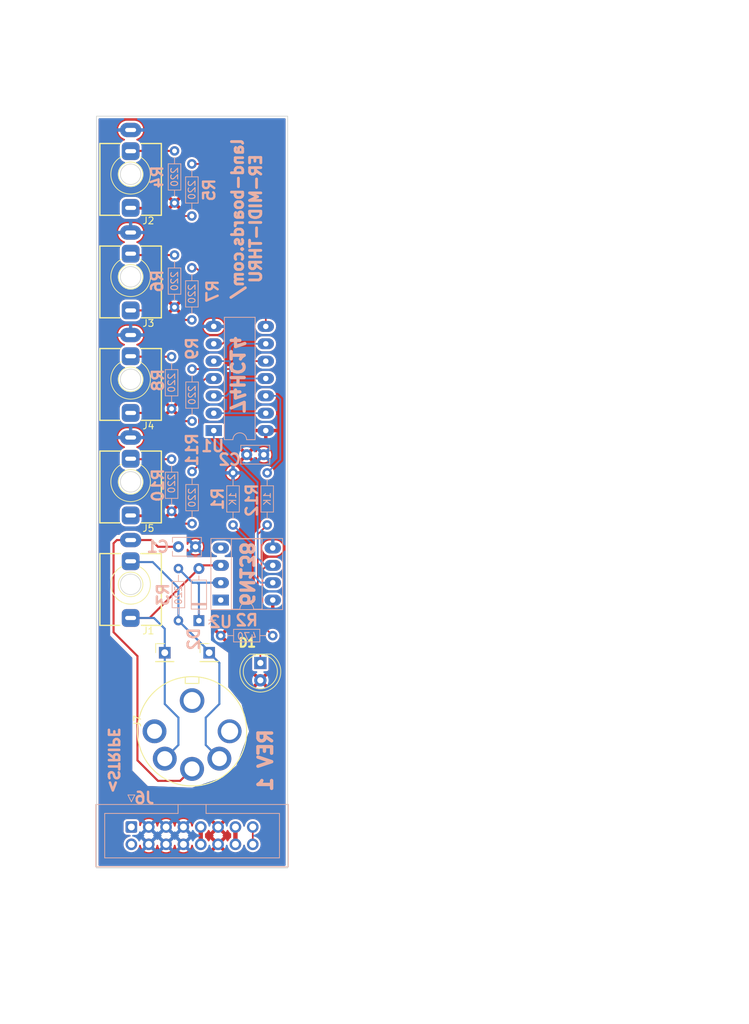
<source format=kicad_pcb>
(kicad_pcb (version 20211014) (generator pcbnew)
  (title_block (title "ER-MIDI-THRU") (date "2022-12-04") (rev "1"))
  (layers (0 "F.Cu" signal) (31 "B.Cu" signal) (34 "B.Paste" user) (35 "F.Paste" user) (36 "B.SilkS" user "B.Silkscreen") (37 "F.SilkS" user "F.Silkscreen") (38 "B.Mask" user) (39 "F.Mask" user) (44 "Edge.Cuts" user))
  (net 0 "")
  (net 1 "GND")
  (net 2 "+5V")
  (net 3 "Net-(D2-Pad1)")
  (net 4 "/MIDI_SINK")
  (net 5 "/MIDI_SOURCE")
  (net 6 "/MIDI_1_SRC")
  (net 9 "/MIDI_1_SINK")
  (net 10 "Net-(R1-Pad1)")
  (net 11 "/MIDI_2_SRC")
  (net 12 "/RXD")
  (net 13 "Net-(D1-Pad1)")
  (net 14 "/MIDI_GND")
  (net 15 "/MIDI_2_SINK")
  (net 16 "/MIDI_3_SRC")
  (net 17 "/MIDI_3_SINK")
  (net 18 "/MIDI_4_SRC")
  (net 19 "Net-(R5-Pad1)")
  (net 20 "Net-(R7-Pad1)")
  (net 21 "/MIDI_4_SINK")
  (net 22 "/ALLRXD")
  (net 23 "Net-(R9-Pad1)")
  (net 24 "Net-(R11-Pad1)")
  (net 25 "Net-(R12-Pad1)")
  (net 28 "+12V")
  (net 29 "/CV_OUT")
  (net 30 "/GATE_OUT")
  (footprint "Connector_PinHeader_2.54mm:PinHeader_1x01_P2.54mm_Vertical" (layer "F.Cu") (at 10 78.5)
    (fp_text reference "J9" hide)
    (fp_text value "Conn_01x01")
    (fp_line (start 1.33 1.27) (end 1.33 1.33) (layer "F.SilkS") (width 0.12))
    (fp_line (start -1.33 1.27) (end -1.33 1.33) (layer "F.SilkS") (width 0.12))
    (fp_line (start -1.33 -1.33) (end 0 -1.33) (layer "F.SilkS") (width 0.12))
    (fp_line (start -1.33 1.27) (end 1.33 1.27) (layer "F.SilkS") (width 0.12))
    (fp_line (start -1.33 1.33) (end 1.33 1.33) (layer "F.SilkS") (width 0.12))
    (fp_line (start -1.33 0) (end -1.33 -1.33) (layer "F.SilkS") (width 0.12))
    (pad "1" thru_hole rect (at 0 0) (size 1.7 1.7) (drill 1) (layers *.Cu *.Mask) (net 4 "/MIDI_SINK"))
  )
  (footprint "LandBoards_Conns:PJ-366ST" (layer "F.Cu") (at 5 53.5 180)
    (fp_text reference "J5" (at -2.6 -6.8 180) (layer "F.SilkS"))
    (fp_text value "PJ-366ST")
    (fp_line (start -4.5 -6) (end -1.6 -6) (layer "F.SilkS") (width 0.2))
    (fp_line (start 1.5 4.5) (end 4.5 4.5) (layer "F.SilkS") (width 0.2))
    (fp_line (start 4.5 4.5) (end 4.5 -6) (layer "F.SilkS") (width 0.2))
    (fp_line (start -4.5 4.5) (end -1.5 4.5) (layer "F.SilkS") (width 0.2))
    (fp_line (start -4.5 4.5) (end -4.5 -6) (layer "F.SilkS") (width 0.2))
    (fp_line (start 1.6 -6) (end 4.5 -6) (layer "F.SilkS") (width 0.2))
    (fp_arc (start -1.296263 2.588577) (mid -2.817353 -0.665994) (end 0 -2.895) (layer "F.SilkS") (width 0.12))
    (fp_arc (start 0 -2.895) (mid 2.817353 -0.665994) (end 1.296263 2.588577) (layer "F.SilkS") (width 0.12))
    (fp_circle (center 0 0) (end -1.8 0) (layer "F.SilkS") (width 0.12) (fill none))
    (pad "R" thru_hole roundrect (at 0 3.38 180) (size 2.6 2.6) (drill oval 1.6 0.6) (layers *.Cu *.Mask) (net 18 "/MIDI_4_SRC"))
    (pad "S" thru_hole oval (at 0 6.48 180) (size 3.1 2.1) (drill oval 1.6 0.6) (layers *.Cu *.Mask) (net 1 "GND"))
    (pad "T" thru_hole roundrect (at 0 -4.92 180) (size 2.6 2.6) (drill oval 1.6 0.6) (layers *.Cu *.Mask) (net 21 "/MIDI_4_SINK"))
  )
  (footprint "LandBoards_Conns:PJ-366ST" (layer "F.Cu") (at 5 38.5 180)
    (fp_text reference "J4" (at -2.6 -6.8 180) (layer "F.SilkS"))
    (fp_text value "PJ-366ST")
    (fp_line (start 1.6 -6) (end 4.5 -6) (layer "F.SilkS") (width 0.2))
    (fp_line (start 1.5 4.5) (end 4.5 4.5) (layer "F.SilkS") (width 0.2))
    (fp_line (start -4.5 4.5) (end -4.5 -6) (layer "F.SilkS") (width 0.2))
    (fp_line (start -4.5 -6) (end -1.6 -6) (layer "F.SilkS") (width 0.2))
    (fp_line (start 4.5 4.5) (end 4.5 -6) (layer "F.SilkS") (width 0.2))
    (fp_line (start -4.5 4.5) (end -1.5 4.5) (layer "F.SilkS") (width 0.2))
    (fp_arc (start 0 -2.895) (mid 2.817353 -0.665994) (end 1.296263 2.588577) (layer "F.SilkS") (width 0.12))
    (fp_arc (start -1.296263 2.588577) (mid -2.817353 -0.665994) (end 0 -2.895) (layer "F.SilkS") (width 0.12))
    (fp_circle (center 0 0) (end -1.8 0) (layer "F.SilkS") (width 0.12) (fill none))
    (pad "R" thru_hole roundrect (at 0 3.38 180) (size 2.6 2.6) (drill oval 1.6 0.6) (layers *.Cu *.Mask) (net 16 "/MIDI_3_SRC"))
    (pad "S" thru_hole oval (at 0 6.48 180) (size 3.1 2.1) (drill oval 1.6 0.6) (layers *.Cu *.Mask) (net 1 "GND"))
    (pad "T" thru_hole roundrect (at 0 -4.92 180) (size 2.6 2.6) (drill oval 1.6 0.6) (layers *.Cu *.Mask) (net 17 "/MIDI_3_SINK"))
  )
  (footprint "LandBoards_Conns:DIN-5_SD-50BV-Vertical" (layer "F.Cu") (at 14 90 90)
    (fp_text reference "J7" (at 1.5 -8 90) (layer "F.SilkS"))
    (fp_text value "SD-50BV")
    (fp_line (start 7.94 -1) (end 7 -1) (layer "F.SilkS") (width 0.15))
    (fp_line (start 7 -1) (end 7 1) (layer "F.SilkS") (width 0.15))
    (fp_line (start 7 1) (end 7.94 1) (layer "F.SilkS") (width 0.15))
    (fp_circle (center 0 0) (end 8 0) (layer "F.SilkS") (width 0.15) (fill none))
    (pad "1" thru_hole oval (at 0 5.5 90) (size 3.5 3.5) (drill 2.5) (layers *.Cu *.Mask))
    (pad "2" thru_hole oval (at -5.5 0 90) (size 3.5 3.5) (drill 2.2) (layers *.Cu *.Mask) (net 14 "/MIDI_GND"))
    (pad "3" thru_hole circle (at 0 -5.5 90) (size 3.5 3.5) (drill 2.2) (layers *.Cu *.Mask))
    (pad "4" thru_hole oval (at -4 4 90) (size 3.5 3.5) (drill 2.2) (layers *.Cu *.Mask) (net 5 "/MIDI_SOURCE"))
    (pad "5" thru_hole oval (at -4 -4 90) (size 3.5 3.5) (drill 2.2) (layers *.Cu *.Mask) (net 4 "/MIDI_SINK"))
    (pad "6" thru_hole circle (at 4.5 0 90) (size 3.6 3.6) (drill 2.5) (layers *.Cu *.Mask))
  )
  (footprint "LED_THT:LED_D5.0mm" (layer "F.Cu") (at 24 80 -90)
    (fp_text reference "D1" (at -2.95 1.91) (layer "F.SilkS") (effects (font (size 1.27 1.27) (thickness 0.3175))))
    (fp_text value "LED")
    (fp_line (start -1.29 -1.545) (end -1.29 1.545) (layer "F.SilkS") (width 0.12))
    (fp_arc (start 4.26 -0.000462) (mid 2.072002 2.880433) (end -1.29 1.54483) (layer "F.SilkS") (width 0.12))
    (fp_arc (start -1.29 -1.54483) (mid 2.072002 -2.880433) (end 4.26 0.000462) (layer "F.SilkS") (width 0.12))
    (fp_circle (center 1.27 0) (end 3.77 0) (layer "F.SilkS") (width 0.12) (fill none))
    (pad "1" thru_hole rect (at 0 0 270) (size 1.8 1.8) (drill 0.9) (layers *.Cu *.Mask) (net 13 "Net-(D1-Pad1)"))
    (pad "2" thru_hole circle (at 2.54 0 270) (size 1.8 1.8) (drill 0.9) (layers *.Cu *.Mask) (net 2 "+5V"))
  )
  (footprint "LandBoards_Conns:PJ-366ST" (layer "F.Cu") (at 5 68.5 180)
    (fp_text reference "J1" (at -2.6 -6.8) (layer "F.SilkS"))
    (fp_text value "PJ-366ST")
    (fp_line (start 4.5 4.5) (end 4.5 -6) (layer "F.SilkS") (width 0.2))
    (fp_line (start -4.5 4.5) (end -1.5 4.5) (layer "F.SilkS") (width 0.2))
    (fp_line (start 1.6 -6) (end 4.5 -6) (layer "F.SilkS") (width 0.2))
    (fp_line (start -4.5 4.5) (end -4.5 -6) (layer "F.SilkS") (width 0.2))
    (fp_line (start 1.5 4.5) (end 4.5 4.5) (layer "F.SilkS") (width 0.2))
    (fp_line (start -4.5 -6) (end -1.6 -6) (layer "F.SilkS") (width 0.2))
    (fp_arc (start 0 -2.895) (mid 2.817353 -0.665994) (end 1.296263 2.588577) (layer "F.SilkS") (width 0.12))
    (fp_arc (start -1.296263 2.588577) (mid -2.817353 -0.665994) (end 0 -2.895) (layer "F.SilkS") (width 0.12))
    (fp_circle (center 0 0) (end -1.8 0) (layer "F.SilkS") (width 0.12) (fill none))
    (pad "R" thru_hole roundrect (at 0 3.38 180) (size 2.6 2.6) (drill oval 1.6 0.6) (layers *.Cu *.Mask) (net 5 "/MIDI_SOURCE"))
    (pad "S" thru_hole oval (at 0 6.48 180) (size 3.1 2.1) (drill oval 1.6 0.6) (layers *.Cu *.Mask) (net 14 "/MIDI_GND"))
    (pad "T" thru_hole roundrect (at 0 -4.92 180) (size 2.6 2.6) (drill oval 1.6 0.6) (layers *.Cu *.Mask) (net 4 "/MIDI_SINK"))
  )
  (footprint "LandBoards_Conns:PJ-366ST" (layer "F.Cu") (at 5 8.5 180)
    (fp_text reference "J2" (at -2.6 -6.8 180) (layer "F.SilkS"))
    (fp_text value "PJ-366ST")
    (fp_line (start -4.5 4.5) (end -1.5 4.5) (layer "F.SilkS") (width 0.2))
    (fp_line (start -4.5 4.5) (end -4.5 -6) (layer "F.SilkS") (width 0.2))
    (fp_line (start 1.5 4.5) (end 4.5 4.5) (layer "F.SilkS") (width 0.2))
    (fp_line (start 1.6 -6) (end 4.5 -6) (layer "F.SilkS") (width 0.2))
    (fp_line (start -4.5 -6) (end -1.6 -6) (layer "F.SilkS") (width 0.2))
    (fp_line (start 4.5 4.5) (end 4.5 -6) (layer "F.SilkS") (width 0.2))
    (fp_arc (start -1.296263 2.588577) (mid -2.817353 -0.665994) (end 0 -2.895) (layer "F.SilkS") (width 0.12))
    (fp_arc (start 0 -2.895) (mid 2.817353 -0.665994) (end 1.296263 2.588577) (layer "F.SilkS") (width 0.12))
    (fp_circle (center 0 0) (end -1.8 0) (layer "F.SilkS") (width 0.12) (fill none))
    (pad "R" thru_hole roundrect (at 0 3.38 180) (size 2.6 2.6) (drill oval 1.6 0.6) (layers *.Cu *.Mask) (net 6 "/MIDI_1_SRC"))
    (pad "S" thru_hole oval (at 0 6.48 180) (size 3.1 2.1) (drill oval 1.6 0.6) (layers *.Cu *.Mask) (net 1 "GND"))
    (pad "T" thru_hole roundrect (at 0 -4.92 180) (size 2.6 2.6) (drill oval 1.6 0.6) (layers *.Cu *.Mask) (net 9 "/MIDI_1_SINK"))
  )
  (footprint "LandBoards_Conns:PJ-366ST" (layer "F.Cu") (at 5 23.5 180)
    (fp_text reference "J3" (at -2.6 -6.8 180) (layer "F.SilkS"))
    (fp_text value "PJ-366ST")
    (fp_line (start 1.5 4.5) (end 4.5 4.5) (layer "F.SilkS") (width 0.2))
    (fp_line (start 4.5 4.5) (end 4.5 -6) (layer "F.SilkS") (width 0.2))
    (fp_line (start -4.5 4.5) (end -4.5 -6) (layer "F.SilkS") (width 0.2))
    (fp_line (start -4.5 -6) (end -1.6 -6) (layer "F.SilkS") (width 0.2))
    (fp_line (start 1.6 -6) (end 4.5 -6) (layer "F.SilkS") (width 0.2))
    (fp_line (start -4.5 4.5) (end -1.5 4.5) (layer "F.SilkS") (width 0.2))
    (fp_arc (start 0 -2.895) (mid 2.817353 -0.665994) (end 1.296263 2.588577) (layer "F.SilkS") (width 0.12))
    (fp_arc (start -1.296263 2.588577) (mid -2.817353 -0.665994) (end 0 -2.895) (layer "F.SilkS") (width 0.12))
    (fp_circle (center 0 0) (end -1.8 0) (layer "F.SilkS") (width 0.12) (fill none))
    (pad "R" thru_hole roundrect (at 0 3.38 180) (size 2.6 2.6) (drill oval 1.6 0.6) (layers *.Cu *.Mask) (net 11 "/MIDI_2_SRC"))
    (pad "S" thru_hole oval (at 0 6.48 180) (size 3.1 2.1) (drill oval 1.6 0.6) (layers *.Cu *.Mask) (net 1 "GND"))
    (pad "T" thru_hole roundrect (at 0 -4.92 180) (size 2.6 2.6) (drill oval 1.6 0.6) (layers *.Cu *.Mask) (net 15 "/MIDI_2_SINK"))
  )
  (footprint "Connector_PinHeader_2.54mm:PinHeader_1x01_P2.54mm_Vertical" (layer "F.Cu") (at 16.5 78.5)
    (fp_text reference "J8" hide)
    (fp_text value "Conn_01x01")
    (fp_line (start -1.33 1.27) (end 1.33 1.27) (layer "F.SilkS") (width 0.12))
    (fp_line (start -1.33 0) (end -1.33 -1.33) (layer "F.SilkS") (width 0.12))
    (fp_line (start -1.33 1.33) (end 1.33 1.33) (layer "F.SilkS") (width 0.12))
    (fp_line (start -1.33 1.27) (end -1.33 1.33) (layer "F.SilkS") (width 0.12))
    (fp_line (start -1.33 -1.33) (end 0 -1.33) (layer "F.SilkS") (width 0.12))
    (fp_line (start 1.33 1.27) (end 1.33 1.33) (layer "F.SilkS") (width 0.12))
    (pad "1" thru_hole rect (at 0 0) (size 1.7 1.7) (drill 1) (layers *.Cu *.Mask) (net 5 "/MIDI_SOURCE"))
  )
  (footprint "Resistor_THT:R_Axial_DIN0204_L3.6mm_D1.6mm_P7.62mm_Horizontal" (layer "B.Cu") (at 11 42.81 90)
    (fp_text reference "R8" (at 4.18 -2 90) (layer "B.SilkS") (effects (font (size 1.651 1.651) (thickness 0.34925)) (justify mirror)))
    (fp_text value "220" (at 3.81 0 90) (layer "B.SilkS") (effects (justify mirror)))
    (fp_line (start 1.89 -0.92) (end 5.73 -0.92) (layer "B.SilkS") (width 0.12))
    (fp_line (start 1.89 0.92) (end 1.89 -0.92) (layer "B.SilkS") (width 0.12))
    (fp_line (start 5.73 -0.92) (end 5.73 0.92) (layer "B.SilkS") (width 0.12))
    (fp_line (start 6.68 0) (end 5.73 0) (layer "B.SilkS") (width 0.12))
    (fp_line (start 0.94 0) (end 1.89 0) (layer "B.SilkS") (width 0.12))
    (fp_line (start 5.73 0.92) (end 1.89 0.92) (layer "B.SilkS") (width 0.12))
    (pad "1" thru_hole circle (at 0 0 90) (size 1.4 1.4) (drill 0.7) (layers *.Cu *.Mask) (net 2 "+5V"))
    (pad "2" thru_hole oval (at 7.62 0 90) (size 1.4 1.4) (drill 0.7) (layers *.Cu *.Mask) (net 16 "/MIDI_3_SRC"))
  )
  (footprint "Resistor_THT:R_Axial_DIN0204_L3.6mm_D1.6mm_P7.62mm_Horizontal" (layer "B.Cu") (at 11.43 27.94 90)
    (fp_text reference "R6" (at 3.81 -2.54 90) (layer "B.SilkS") (effects (font (size 1.651 1.651) (thickness 0.34925)) (justify mirror)))
    (fp_text value "220" (at 3.81 0 90) (layer "B.SilkS") (effects (justify mirror)))
    (fp_line (start 1.89 0.92) (end 1.89 -0.92) (layer "B.SilkS") (width 0.12))
    (fp_line (start 0.94 0) (end 1.89 0) (layer "B.SilkS") (width 0.12))
    (fp_line (start 6.68 0) (end 5.73 0) (layer "B.SilkS") (width 0.12))
    (fp_line (start 5.73 -0.92) (end 5.73 0.92) (layer "B.SilkS") (width 0.12))
    (fp_line (start 5.73 0.92) (end 1.89 0.92) (layer "B.SilkS") (width 0.12))
    (fp_line (start 1.89 -0.92) (end 5.73 -0.92) (layer "B.SilkS") (width 0.12))
    (pad "1" thru_hole circle (at 0 0 90) (size 1.4 1.4) (drill 0.7) (layers *.Cu *.Mask) (net 2 "+5V"))
    (pad "2" thru_hole oval (at 7.62 0 90) (size 1.4 1.4) (drill 0.7) (layers *.Cu *.Mask) (net 11 "/MIDI_2_SRC"))
  )
  (footprint "Resistor_THT:R_Axial_DIN0204_L3.6mm_D1.6mm_P7.62mm_Horizontal" (layer "B.Cu") (at 13.97 22.19 -90)
    (fp_text reference "R7" (at 3.41 -3.03 90) (layer "B.SilkS") (effects (font (size 1.651 1.651) (thickness 0.34925)) (justify mirror)))
    (fp_text value "220" (at 3.81 0 90) (layer "B.SilkS") (effects (justify mirror)))
    (fp_line (start 5.73 0.92) (end 1.89 0.92) (layer "B.SilkS") (width 0.12))
    (fp_line (start 1.89 -0.92) (end 5.73 -0.92) (layer "B.SilkS") (width 0.12))
    (fp_line (start 0.94 0) (end 1.89 0) (layer "B.SilkS") (width 0.12))
    (fp_line (start 5.73 -0.92) (end 5.73 0.92) (layer "B.SilkS") (width 0.12))
    (fp_line (start 6.68 0) (end 5.73 0) (layer "B.SilkS") (width 0.12))
    (fp_line (start 1.89 0.92) (end 1.89 -0.92) (layer "B.SilkS") (width 0.12))
    (pad "1" thru_hole circle (at 0 0 270) (size 1.4 1.4) (drill 0.7) (layers *.Cu *.Mask) (net 20 "Net-(R7-Pad1)"))
    (pad "2" thru_hole oval (at 7.62 0 270) (size 1.4 1.4) (drill 0.7) (layers *.Cu *.Mask) (net 15 "/MIDI_2_SINK"))
  )
  (footprint "Resistor_THT:R_Axial_DIN0204_L3.6mm_D1.6mm_P7.62mm_Horizontal" (layer "B.Cu") (at 11.43 12.7 90)
    (fp_text reference "R4" (at 3.81 -2.54 90) (layer "B.SilkS") (effects (font (size 1.651 1.651) (thickness 0.34925)) (justify mirror)))
    (fp_text value "220" (at 3.81 0 90) (layer "B.SilkS") (effects (justify mirror)))
    (fp_line (start 0.94 0) (end 1.89 0) (layer "B.SilkS") (width 0.12))
    (fp_line (start 1.89 -0.92) (end 5.73 -0.92) (layer "B.SilkS") (width 0.12))
    (fp_line (start 5.73 0.92) (end 1.89 0.92) (layer "B.SilkS") (width 0.12))
    (fp_line (start 1.89 0.92) (end 1.89 -0.92) (layer "B.SilkS") (width 0.12))
    (fp_line (start 5.73 -0.92) (end 5.73 0.92) (layer "B.SilkS") (width 0.12))
    (fp_line (start 6.68 0) (end 5.73 0) (layer "B.SilkS") (width 0.12))
    (pad "1" thru_hole circle (at 0 0 90) (size 1.4 1.4) (drill 0.7) (layers *.Cu *.Mask) (net 2 "+5V"))
    (pad "2" thru_hole oval (at 7.62 0 90) (size 1.4 1.4) (drill 0.7) (layers *.Cu *.Mask) (net 6 "/MIDI_1_SRC"))
  )
  (footprint "Package_DIP:DIP-14_W7.62mm_LongPads" (layer "B.Cu") (at 17.175 46)
    (fp_text reference "U1" (at -0.157 2.26) (layer "B.SilkS") (effects (font (size 1.651 1.651) (thickness 0.34925)) (justify mirror)))
    (fp_text value "74HC14")
    (fp_line (start 6.06 1.33) (end 4.81 1.33) (layer "B.SilkS") (width 0.12))
    (fp_line (start 2.81 1.33) (end 1.56 1.33) (layer "B.SilkS") (width 0.12))
    (fp_line (start 1.56 -16.57) (end 6.06 -16.57) (layer "B.SilkS") (width 0.12))
    (fp_line (start 6.06 -16.57) (end 6.06 1.33) (layer "B.SilkS") (width 0.12))
    (fp_line (start 1.56 1.33) (end 1.56 -16.57) (layer "B.SilkS") (width 0.12))
    (fp_arc (start 2.81 1.33) (mid 3.81 0.33) (end 4.81 1.33) (layer "B.SilkS") (width 0.12))
    (pad "1" thru_hole rect (at 0 0) (size 2.4 1.6) (drill 0.8) (layers *.Cu *.Mask) (net 12 "/RXD"))
    (pad "2" thru_hole oval (at 0 -2.54) (size 2.4 1.6) (drill 0.8) (layers *.Cu *.Mask) (net 22 "/ALLRXD"))
    (pad "3" thru_hole oval (at 0 -5.08) (size 2.4 1.6) (drill 0.8) (layers *.Cu *.Mask) (net 22 "/ALLRXD"))
    (pad "4" thru_hole oval (at 0 -7.62) (size 2.4 1.6) (drill 0.8) (layers *.Cu *.Mask) (net 24 "Net-(R11-Pad1)"))
    (pad "5" thru_hole oval (at 0 -10.16) (size 2.4 1.6) (drill 0.8) (layers *.Cu *.Mask) (net 22 "/ALLRXD"))
    (pad "6" thru_hole oval (at 0 -12.7) (size 2.4 1.6) (drill 0.8) (layers *.Cu *.Mask) (net 20 "Net-(R7-Pad1)"))
    (pad "7" thru_hole oval (at 0 -15.24) (size 2.4 1.6) (drill 0.8) (layers *.Cu *.Mask) (net 1 "GND"))
    (pad "8" thru_hole oval (at 7.62 -15.24) (size 2.4 1.6) (drill 0.8) (layers *.Cu *.Mask) (net 19 "Net-(R5-Pad1)"))
    (pad "9" thru_hole oval (at 7.62 -12.7) (size 2.4 1.6) (drill 0.8) (layers *.Cu *.Mask) (net 22 "/ALLRXD"))
    (pad "10" thru_hole oval (at 7.62 -10.16) (size 2.4 1.6) (drill 0.8) (layers *.Cu *.Mask) (net 23 "Net-(R9-Pad1)"))
    (pad "11" thru_hole oval (at 7.62 -7.62) (size 2.4 1.6) (drill 0.8) (layers *.Cu *.Mask) (net 22 "/ALLRXD"))
    (pad "12" thru_hole oval (at 7.62 -5.08) (size 2.4 1.6) (drill 0.8) (layers *.Cu *.Mask) (net 25 "Net-(R12-Pad1)"))
    (pad "13" thru_hole oval (at 7.62 -2.54) (size 2.4 1.6) (drill 0.8) (layers *.Cu *.Mask) (net 22 "/ALLRXD"))
    (pad "14" thru_hole oval (at 7.62 0) (size 2.4 1.6) (drill 0.8) (layers *.Cu *.Mask) (net 2 "+5V"))
  )
  (footprint "Resistor_THT:R_Axial_DIN0204_L3.6mm_D1.6mm_P7.62mm_Horizontal" (layer "B.Cu") (at 14 52 -90)
    (fp_text reference "R11" (at -3.19 0 90) (layer "B.SilkS") (effects (font (size 1.651 1.651) (thickness 0.34925)) (justify mirror)))
    (fp_text value "220" (at 3.81 0 90) (layer "B.SilkS") (effects (justify mirror)))
    (fp_line (start 5.73 0.92) (end 1.89 0.92) (layer "B.SilkS") (width 0.12))
    (fp_line (start 1.89 0.92) (end 1.89 -0.92) (layer "B.SilkS") (width 0.12))
    (fp_line (start 0.94 0) (end 1.89 0) (layer "B.SilkS") (width 0.12))
    (fp_line (start 5.73 -0.92) (end 5.73 0.92) (layer "B.SilkS") (width 0.12))
    (fp_line (start 6.68 0) (end 5.73 0) (layer "B.SilkS") (width 0.12))
    (fp_line (start 1.89 -0.92) (end 5.73 -0.92) (layer "B.SilkS") (width 0.12))
    (pad "1" thru_hole circle (at 0 0 270) (size 1.4 1.4) (drill 0.7) (layers *.Cu *.Mask) (net 24 "Net-(R11-Pad1)"))
    (pad "2" thru_hole oval (at 7.62 0 270) (size 1.4 1.4) (drill 0.7) (layers *.Cu *.Mask) (net 21 "/MIDI_4_SINK"))
  )
  (footprint "Capacitor_THT:C_Rect_L4.0mm_W2.5mm_P2.50mm" (layer "B.Cu") (at 12 63)
    (fp_text reference "C1" (at -3 0 180) (layer "B.SilkS") (effects (font (size 1.651 1.651) (thickness 0.34925)) (justify mirror)))
    (fp_text value "0.1uF")
    (fp_line (start -0.87 1.37) (end -0.87 0.665) (layer "B.SilkS") (width 0.12))
    (fp_line (start -0.87 -1.37) (end 3.37 -1.37) (layer "B.SilkS") (width 0.12))
    (fp_line (start -0.87 -0.665) (end -0.87 -1.37) (layer "B.SilkS") (width 0.12))
    (fp_line (start -0.87 1.37) (end 3.37 1.37) (layer "B.SilkS") (width 0.12))
    (fp_line (start 3.37 -0.665) (end 3.37 -1.37) (layer "B.SilkS") (width 0.12))
    (fp_line (start 3.37 1.37) (end 3.37 0.665) (layer "B.SilkS") (width 0.12))
    (pad "1" thru_hole circle (at 0 0) (size 1.6 1.6) (drill 0.8) (layers *.Cu *.Mask) (net 14 "/MIDI_GND"))
    (pad "2" thru_hole circle (at 2.5 0) (size 1.6 1.6) (drill 0.8) (layers *.Cu *.Mask) (net 1 "GND"))
  )
  (footprint "Resistor_THT:R_Axial_DIN0204_L3.6mm_D1.6mm_P7.62mm_Horizontal" (layer "B.Cu") (at 13.97 6.985 -90)
    (fp_text reference "R5" (at 3.81 -2.54 90) (layer "B.SilkS") (effects (font (size 1.651 1.651) (thickness 0.34925)) (justify mirror)))
    (fp_text value "220" (at 3.81 0 90) (layer "B.SilkS") (effects (justify mirror)))
    (fp_line (start 5.73 0.92) (end 1.89 0.92) (layer "B.SilkS") (width 0.12))
    (fp_line (start 5.73 -0.92) (end 5.73 0.92) (layer "B.SilkS") (width 0.12))
    (fp_line (start 1.89 -0.92) (end 5.73 -0.92) (layer "B.SilkS") (width 0.12))
    (fp_line (start 1.89 0.92) (end 1.89 -0.92) (layer "B.SilkS") (width 0.12))
    (fp_line (start 0.94 0) (end 1.89 0) (layer "B.SilkS") (width 0.12))
    (fp_line (start 6.68 0) (end 5.73 0) (layer "B.SilkS") (width 0.12))
    (pad "1" thru_hole circle (at 0 0 270) (size 1.4 1.4) (drill 0.7) (layers *.Cu *.Mask) (net 19 "Net-(R5-Pad1)"))
    (pad "2" thru_hole oval (at 7.62 0 270) (size 1.4 1.4) (drill 0.7) (layers *.Cu *.Mask) (net 9 "/MIDI_1_SINK"))
  )
  (footprint "Resistor_THT:R_Axial_DIN0204_L3.6mm_D1.6mm_P7.62mm_Horizontal" (layer "B.Cu") (at 12 66.19 -90)
    (fp_text reference "R3" (at 3.81 2.25 90) (layer "B.SilkS") (effects (font (size 1.651 1.651) (thickness 0.34925)) (justify mirror)))
    (fp_text value "220" (at 3.8862 0 90) (layer "B.SilkS") (effects (justify mirror)))
    (fp_line (start 6.68 0) (end 5.73 0) (layer "B.SilkS") (width 0.12))
    (fp_line (start 5.73 -0.92) (end 5.73 0.92) (layer "B.SilkS") (width 0.12))
    (fp_line (start 1.89 0.92) (end 1.89 -0.92) (layer "B.SilkS") (width 0.12))
    (fp_line (start 5.73 0.92) (end 1.89 0.92) (layer "B.SilkS") (width 0.12))
    (fp_line (start 0.94 0) (end 1.89 0) (layer "B.SilkS") (width 0.12))
    (fp_line (start 1.89 -0.92) (end 5.73 -0.92) (layer "B.SilkS") (width 0.12))
    (pad "1" thru_hole circle (at 0 0 270) (size 1.4 1.4) (drill 0.7) (layers *.Cu *.Mask) (net 3 "Net-(D2-Pad1)"))
    (pad "2" thru_hole oval (at 7.62 0 270) (size 1.4 1.4) (drill 0.7) (layers *.Cu *.Mask) (net 5 "/MIDI_SOURCE"))
  )
  (footprint "Resistor_THT:R_Axial_DIN0204_L3.6mm_D1.6mm_P7.62mm_Horizontal" (layer "B.Cu") (at 14 37 -90)
    (fp_text reference "R9" (at -3 0 90) (layer "B.SilkS") (effects (font (size 1.651 1.651) (thickness 0.34925)) (justify mirror)))
    (fp_text value "220" (at 3.81 0 90) (layer "B.SilkS") (effects (justify mirror)))
    (fp_line (start 6.68 0) (end 5.73 0) (layer "B.SilkS") (width 0.12))
    (fp_line (start 0.94 0) (end 1.89 0) (layer "B.SilkS") (width 0.12))
    (fp_line (start 1.89 -0.92) (end 5.73 -0.92) (layer "B.SilkS") (width 0.12))
    (fp_line (start 5.73 -0.92) (end 5.73 0.92) (layer "B.SilkS") (width 0.12))
    (fp_line (start 1.89 0.92) (end 1.89 -0.92) (layer "B.SilkS") (width 0.12))
    (fp_line (start 5.73 0.92) (end 1.89 0.92) (layer "B.SilkS") (width 0.12))
    (pad "1" thru_hole circle (at 0 0 270) (size 1.4 1.4) (drill 0.7) (layers *.Cu *.Mask) (net 23 "Net-(R9-Pad1)"))
    (pad "2" thru_hole oval (at 7.62 0 270) (size 1.4 1.4) (drill 0.7) (layers *.Cu *.Mask) (net 17 "/MIDI_3_SINK"))
  )
  (footprint "Diode_THT:D_DO-35_SOD27_P7.62mm_Horizontal" (layer "B.Cu") (at 15 73.81 90)
    (fp_text reference "D2" (at -2.69 -0.75 90) (layer "B.SilkS") (effects (font (size 1.651 1.651) (thickness 0.34925)) (justify mirror)))
    (fp_text value "1N4148")
    (fp_text user "K" (at -0.19 2 90) (layer "B.SilkS") (effects (justify mirror)))
    (fp_line (start 5.93 1.12) (end 1.69 1.12) (layer "B.SilkS") (width 0.12))
    (fp_line (start 2.29 1.12) (end 2.29 -1.12) (layer "B.SilkS") (width 0.12))
    (fp_line (start 5.93 -1.12) (end 5.93 1.12) (layer "B.SilkS") (width 0.12))
    (fp_line (start 1.69 1.12) (end 1.69 -1.12) (layer "B.SilkS") (width 0.12))
    (fp_line (start 2.41 1.12) (end 2.41 -1.12) (layer "B.SilkS") (width 0.12))
    (fp_line (start 6.58 0) (end 5.93 0) (layer "B.SilkS") (width 0.12))
    (fp_line (start 1.04 0) (end 1.69 0) (layer "B.SilkS") (width 0.12))
    (fp_line (start 1.69 -1.12) (end 5.93 -1.12) (layer "B.SilkS") (width 0.12))
    (fp_line (start 2.53 1.12) (end 2.53 -1.12) (layer "B.SilkS") (width 0.12))
    (pad "1" thru_hole rect (at 0 0 90) (size 1.6 1.6) (drill 0.8) (layers *.Cu *.Mask) (net 3 "Net-(D2-Pad1)"))
    (pad "2" thru_hole oval (at 7.62 0 90) (size 1.6 1.6) (drill 0.8) (layers *.Cu *.Mask) (net 4 "/MIDI_SINK"))
  )
  (footprint "Connector_IDC:IDC-Header_2x08_P2.54mm_Vertical" (layer "B.Cu") (at 5.11 103.9975 -90)
    (fp_text reference "J6" (at -4.2475 -1.89 180) (layer "B.SilkS") (effects (font (size 1.651 1.651) (thickness 0.34925)) (justify mirror)))
    (fp_text value "CONN, IDC, SHROUDED, 2X8")
    (fp_line (start -3.68 0) (end -4.68 0.5) (layer "B.SilkS") (width 0.12))
    (fp_line (start -4.68 0.5) (end -4.68 -0.5) (layer "B.SilkS") (width 0.12))
    (fp_line (start 4.52 -21.69) (end -1.98 -21.69) (layer "B.SilkS") (width 0.12))
    (fp_line (start 4.52 3.91) (end 4.52 -21.69) (layer "B.SilkS") (width 0.12))
    (fp_line (start -1.98 3.91) (end 4.52 3.91) (layer "B.SilkS") (width 0.12))
    (fp_line (start -1.98 -10.94) (end -3.29 -10.94) (layer "B.SilkS") (width 0.12))
    (fp_line (start -1.98 -21.69) (end -1.98 -10.94) (layer "B.SilkS") (width 0.12))
    (fp_line (start -1.98 -6.84) (end -1.98 3.91) (layer "B.SilkS") (width 0.12))
    (fp_line (start 5.83 5.21) (end 5.83 -22.99) (layer "B.SilkS") (width 0.12))
    (fp_line (start -1.98 -10.94) (end -1.98 -10.94) (layer "B.SilkS") (width 0.12))
    (fp_line (start 5.83 -22.99) (end -3.29 -22.99) (layer "B.SilkS") (width 0.12))
    (fp_line (start -3.29 -6.84) (end -1.98 -6.84) (layer "B.SilkS") (width 0.12))
    (fp_line (start -4.68 -0.5) (end -3.68 0) (layer "B.SilkS") (width 0.12))
    (fp_line (start -3.29 -22.99) (end -3.29 5.21) (layer "B.SilkS") (width 0.12))
    (fp_line (start -3.29 5.21) (end 5.83 5.21) (layer "B.SilkS") (width 0.12))
    (pad "1" thru_hole roundrect (at 0 0 270) (size 1.7 1.7) (drill 1) (layers *.Cu *.Mask) (roundrect_rratio 0.1470588235))
    (pad "2" thru_hole circle (at 2.54 0 270) (size 1.7 1.7) (drill 1) (layers *.Cu *.Mask))
    (pad "3" thru_hole circle (at 0 -2.54 270) (size 1.7 1.7) (drill 1) (layers *.Cu *.Mask) (net 1 "GND"))
    (pad "4" thru_hole circle (at 2.54 -2.54 270) (size 1.7 1.7) (drill 1) (layers *.Cu *.Mask) (net 1 "GND"))
    (pad "5" thru_hole circle (at 0 -5.08 270) (size 1.7 1.7) (drill 1) (layers *.Cu *.Mask) (net 1 "GND"))
    (pad "6" thru_hole circle (at 2.54 -5.08 270) (size 1.7 1.7) (drill 1) (layers *.Cu *.Mask) (net 1 "GND"))
    (pad "7" thru_hole circle (at 0 -7.62 270) (size 1.7 1.7) (drill 1) (layers *.Cu *.Mask) (net 1 "GND"))
    (pad "8" thru_hole circle (at 2.54 -7.62 270) (size 1.7 1.7) (drill 1) (layers *.Cu *.Mask) (net 1 "GND"))
    (pad "9" thru_hole circle (at 0 -10.16 270) (size 1.7 1.7) (drill 1) (layers *.Cu *.Mask) (net 28 "+12V"))
    (pad "10" thru_hole circle (at 2.54 -10.16 270) (size 1.7 1.7) (drill 1) (layers *.Cu *.Mask) (net 28 "+12V"))
    (pad "11" thru_hole circle (at 0 -12.7 270) (size 1.7 1.7) (drill 1) (layers *.Cu *.Mask) (net 2 "+5V"))
    (pad "12" thru_hole circle (at 2.54 -12.7 270) (size 1.7 1.7) (drill 1) (layers *.Cu *.Mask) (net 2 "+5V"))
    (pad "13" thru_hole circle (at 0 -15.24 270) (size 1.7 1.7) (drill 1) (layers *.Cu *.Mask) (net 29 "/CV_OUT"))
    (pad "14" thru_hole circle (at 2.54 -15.24 270) (size 1.7 1.7) (drill 1) (layers *.Cu *.Mask) (net 29 "/CV_OUT"))
    (pad "15" thru_hole circle (at 0 -17.78 270) (size 1.7 1.7) (drill 1) (layers *.Cu *.Mask) (net 30 "/GATE_OUT"))
    (pad "16" thru_hole circle (at 2.54 -17.78 270) (size 1.7 1.7) (drill 1) (layers *.Cu *.Mask) (net 30 "/GATE_OUT"))
  )
  (footprint "Resistor_THT:R_Axial_DIN0204_L3.6mm_D1.6mm_P7.62mm_Horizontal" (layer "B.Cu") (at 11 57.81 90)
    (fp_text reference "R10" (at 3.81 -2 90) (layer "B.SilkS") (effects (font (size 1.651 1.651) (thickness 0.34925)) (justify mirror)))
    (fp_text value "220" (at 4.064 0 90) (layer "B.SilkS") (effects (justify mirror)))
    (fp_line (start 1.89 -0.92) (end 5.73 -0.92) (layer "B.SilkS") (width 0.12))
    (fp_line (start 0.94 0) (end 1.89 0) (layer "B.SilkS") (width 0.12))
    (fp_line (start 5.73 0.92) (end 1.89 0.92) (layer "B.SilkS") (width 0.12))
    (fp_line (start 5.73 -0.92) (end 5.73 0.92) (layer "B.SilkS") (width 0.12))
    (fp_line (start 1.89 0.92) (end 1.89 -0.92) (layer "B.SilkS") (width 0.12))
    (fp_line (start 6.68 0) (end 5.73 0) (layer "B.SilkS") (width 0.12))
    (pad "1" thru_hole circle (at 0 0 90) (size 1.4 1.4) (drill 0.7) (layers *.Cu *.Mask) (net 2 "+5V"))
    (pad "2" thru_hole oval (at 7.62 0 90) (size 1.4 1.4) (drill 0.7) (layers *.Cu *.Mask) (net 18 "/MIDI_4_SRC"))
  )
  (footprint "Resistor_THT:R_Axial_DIN0204_L3.6mm_D1.6mm_P7.62mm_Horizontal" (layer "B.Cu") (at 25 52.19 -90)
    (fp_text reference "R12" (at 4 2.25 90) (layer "B.SilkS") (effects (font (size 1.651 1.651) (thickness 0.34925)) (justify mirror)))
    (fp_text value "1K" (at 3.81 0 90) (layer "B.SilkS") (effects (justify mirror)))
    (fp_line (start 0.94 0) (end 1.89 0) (layer "B.SilkS") (width 0.12))
    (fp_line (start 5.73 -0.92) (end 5.73 0.92) (layer "B.SilkS") (width 0.12))
    (fp_line (start 6.68 0) (end 5.73 0) (layer "B.SilkS") (width 0.12))
    (fp_line (start 1.89 0.92) (end 1.89 -0.92) (layer "B.SilkS") (width 0.12))
    (fp_line (start 1.89 -0.92) (end 5.73 -0.92) (layer "B.SilkS") (width 0.12))
    (fp_line (start 5.73 0.92) (end 1.89 0.92) (layer "B.SilkS") (width 0.12))
    (pad "1" thru_hole circle (at 0 0 270) (size 1.4 1.4) (drill 0.7) (layers *.Cu *.Mask) (net 25 "Net-(R12-Pad1)"))
    (pad "2" thru_hole oval (at 7.62 0 270) (size 1.4 1.4) (drill 0.7) (layers *.Cu *.Mask) (net 13 "Net-(D1-Pad1)"))
  )
  (footprint "Resistor_THT:R_Axial_DIN0204_L3.6mm_D1.6mm_P7.62mm_Horizontal" (layer "B.Cu") (at 18.19 76)
    (fp_text reference "R2" (at 3.81 -2.25) (layer "B.SilkS") (effects (font (size 1.651 1.651) (thickness 0.34925)) (justify mirror)))
    (fp_text value "470" (at 3.8354 0.1016) (layer "B.SilkS") (effects (justify mirror)))
    (fp_line (start 5.73 -0.92) (end 5.73 0.92) (layer "B.SilkS") (width 0.12))
    (fp_line (start 1.89 0.92) (end 1.89 -0.92) (layer "B.SilkS") (width 0.12))
    (fp_line (start 6.68 0) (end 5.73 0) (layer "B.SilkS") (width 0.12))
    (fp_line (start 0.94 0) (end 1.89 0) (layer "B.SilkS") (width 0.12))
    (fp_line (start 5.73 0.92) (end 1.89 0.92) (layer "B.SilkS") (width 0.12))
    (fp_line (start 1.89 -0.92) (end 5.73 -0.92) (layer "B.SilkS") (width 0.12))
    (pad "1" thru_hole circle (at 0 0) (size 1.4 1.4) (drill 0.7) (layers *.Cu *.Mask) (net 2 "+5V"))
    (pad "2" thru_hole oval (at 7.62 0) (size 1.4 1.4) (drill 0.7) (layers *.Cu *.Mask) (net 12 "/RXD"))
  )
  (footprint "Resistor_THT:R_Axial_DIN0204_L3.6mm_D1.6mm_P7.62mm_Horizontal" (layer "B.Cu") (at 20 59.81 90)
    (fp_text reference "R1" (at 3.81 -2.25 90) (layer "B.SilkS") (effects (font (size 1.651 1.651) (thickness 0.34925)) (justify mirror)))
    (fp_text value "1K" (at 3.81 -0.0508 90) (layer "B.SilkS") (effects (justify mirror)))
    (fp_line (start 1.89 0.92) (end 1.89 -0.92) (layer "B.SilkS") (width 0.12))
    (fp_line (start 5.73 -0.92) (end 5.73 0.92) (layer "B.SilkS") (width 0.12))
    (fp_line (start 6.68 0) (end 5.73 0) (layer "B.SilkS") (width 0.12))
    (fp_line (start 1.89 -0.92) (end 5.73 -0.92) (layer "B.SilkS") (width 0.12))
    (fp_line (start 5.73 0.92) (end 1.89 0.92) (layer "B.SilkS") (width 0.12))
    (fp_line (start 0.94 0) (end 1.89 0) (layer "B.SilkS") (width 0.12))
    (pad "1" thru_hole circle (at 0 0 90) (size 1.4 1.4) (drill 0.7) (layers *.Cu *.Mask) (net 10 "Net-(R1-Pad1)"))
    (pad "2" thru_hole oval (at 7.62 0 90) (size 1.4 1.4) (drill 0.7) (layers *.Cu *.Mask) (net 1 "GND"))
  )
  (footprint "Package_DIP:DIP-8_W7.62mm_Socket_LongPads" (layer "B.Cu") (at 18.2 70.8)
    (fp_text reference "U2" (at -0.01 3.2 180) (layer "B.SilkS") (effects (font (size 1.651 1.651) (thickness 0.34925)) (justify mirror)))
    (fp_text value "6N138")
    (fp_line (start -1.44 -9.01) (end 9.06 -9.01) (layer "B.SilkS") (width 0.12))
    (fp_line (start -1.44 1.39) (end -1.44 -9.01) (layer "B.SilkS") (width 0.12))
    (fp_line (start 6.06 1.33) (end 4.81 1.33) (layer "B.SilkS") (width 0.12))
    (fp_line (start 2.81 1.33) (end 1.56 1.33) (layer "B.SilkS") (width 0.12))
    (fp_line (start 6.06 -8.95) (end 6.06 1.33) (layer "B.SilkS") (width 0.12))
    (fp_line (start 9.06 -9.01) (end 9.06 1.39) (layer "B.SilkS") (width 0.12))
    (fp_line (start 1.56 -8.95) (end 6.06 -8.95) (layer "B.SilkS") (width 0.12))
    (fp_line (start 9.06 1.39) (end -1.44 1.39) (layer "B.SilkS") (width 0.12))
    (fp_line (start 1.56 1.33) (end 1.56 -8.95) (layer "B.SilkS") (width 0.12))
    (fp_arc (start 2.81 1.33) (mid 3.81 0.33) (end 4.81 1.33) (layer "B.SilkS") (width 0.12))
    (pad "1" thru_hole rect (at 0 0) (size 2.4 1.6) (drill 0.8) (layers *.Cu *.Mask))
    (pad "2" thru_hole oval (at 0 -2.54) (size 2.4 1.6) (drill 0.8) (layers *.Cu *.Mask) (net 3 "Net-(D2-Pad1)"))
    (pad "3" thru_hole oval (at 0 -5.08) (size 2.4 1.6) (drill 0.8) (layers *.Cu *.Mask) (net 4 "/MIDI_SINK"))
    (pad "4" thru_hole oval (at 0 -7.62) (size 2.4 1.6) (drill 0.8) (layers *.Cu *.Mask))
    (pad "5" thru_hole oval (at 7.62 -7.62) (size 2.4 1.6) (drill 0.8) (layers *.Cu *.Mask) (net 1 "GND"))
    (pad "6" thru_hole oval (at 7.62 -5.08) (size 2.4 1.6) (drill 0.8) (layers *.Cu *.Mask) (net 12 "/RXD"))
    (pad "7" thru_hole oval (at 7.62 -2.54) (size 2.4 1.6) (drill 0.8) (layers *.Cu *.Mask) (net 10 "Net-(R1-Pad1)"))
    (pad "8" thru_hole oval (at 7.62 0) (size 2.4 1.6) (drill 0.8) (layers *.Cu *.Mask) (net 2 "+5V"))
  )
  (footprint "Capacitor_THT:C_Rect_L4.0mm_W2.5mm_P2.50mm" (layer "B.Cu") (at 22 49.53)
    (fp_text reference "C2" (at -2.5 0.72) (layer "B.SilkS") (effects (font (size 1.651 1.651) (thickness 0.34925)) (justify mirror)))
    (fp_text value "0.1uF")
    (fp_line (start -0.87 1.37) (end 3.37 1.37) (layer "B.SilkS") (width 0.12))
    (fp_line (start 3.37 -0.665) (end 3.37 -1.37) (layer "B.SilkS") (width 0.12))
    (fp_line (start 3.37 1.37) (end 3.37 0.665) (layer "B.SilkS") (width 0.12))
    (fp_line (start -0.87 1.37) (end -0.87 0.665) (layer "B.SilkS") (width 0.12))
    (fp_line (start -0.87 -0.665) (end -0.87 -1.37) (layer "B.SilkS") (width 0.12))
    (fp_line (start -0.87 -1.37) (end 3.37 -1.37) (layer "B.SilkS") (width 0.12))
    (pad "1" thru_hole circle (at 0 0) (size 1.6 1.6) (drill 0.8) (layers *.Cu *.Mask) (net 2 "+5V"))
    (pad "2" thru_hole circle (at 2.5 0) (size 1.6 1.6) (drill 0.8) (layers *.Cu *.Mask) (net 1 "GND"))
  )
  (gr_circle (center 5 68.5) (end 6.5 68.5) (layer "Edge.Cuts") (width 0.1) (fill none))
  (gr_rect (start 0 0) (end 28 110) (layer "Edge.Cuts") (width 0.1) (fill none))
  (gr_circle (center 5 23.5) (end 6.5 23.5) (layer "Edge.Cuts") (width 0.1) (fill none))
  (gr_circle (center 5 53.5) (end 6.5 53.5) (layer "Edge.Cuts") (width 0.1) (fill none))
  (gr_circle (center 5 8.5) (end 6.5 8.5) (layer "Edge.Cuts") (width 0.1) (fill none))
  (gr_circle (center 5 38.5) (end 6.5 38.5) (layer "Edge.Cuts") (width 0.1) (fill none))
  (gr_text "6N138" (at 22 66.99 270) (layer "B.SilkS") (effects (font (size 1.905 1.905) (thickness 0.47625)) (justify mirror)))
  (gr_text "REV 1" (at 24.75 94.25 90) (layer "B.SilkS") (effects (font (size 2 2) (thickness 0.5)) (justify mirror)))
  (gr_text "<STRIPE" (at 2.5 94.25 -90) (layer "B.SilkS") (effects (font (size 1.5 1.5) (thickness 0.375)) (justify mirror)))
  (gr_text "land-boards.com/\nER-MIDI-THRU" (at 21.999999 15 90) (layer "B.SilkS") (effects (font (size 1.651 1.651) (thickness 0.41275)) (justify mirror)))
  (gr_text "74HC14" (at 20.586 37.838 270) (layer "B.SilkS") (effects (font (size 1.905 1.905) (thickness 0.47625)) (justify mirror)))
  (segment (start 15 68.5) (end 14.760011 68.260011) (width 0.3048) (layer "B.Cu") (net 3))
  (segment (start 15 73.81) (end 15 68.5) (width 0.3048) (layer "B.Cu") (net 3))
  (segment (start 14.760011 68.260011) (end 14.740001 68.260011) (width 0.25) (layer "B.Cu") (net 3))
  (segment (start 18.199999 68.260011) (end 14.760011 68.260011) (width 0.25) (layer "B.Cu") (net 3))
  (segment (start 14.07 68.26) (end 18.2 68.26) (width 0.3048) (layer "B.Cu") (net 3))
  (segment (start 12 66.19) (end 14.07 68.26) (width 0.3048) (layer "B.Cu") (net 3))
  (segment (start 7.77 73.42) (end 15 66.19) (width 0.3048) (layer "F.Cu") (net 4))
  (segment (start 18.199999 65.720011) (end 15.47 65.720011) (width 0.3048) (layer "F.Cu") (net 4))
  (segment (start 5 73.42) (end 7.77 73.42) (width 0.3048) (layer "F.Cu") (net 4))
  (segment (start 11.999999 91.999994) (end 11.999999 88.000002) (width 0.3048) (layer "B.Cu") (net 4))
  (segment (start 10 93.99999) (end 11.999999 91.999994) (width 0.3048) (layer "B.Cu") (net 4))
  (segment (start 8.42 73.42) (end 5 73.42) (width 0.3048) (layer "B.Cu") (net 4))
  (segment (start 10 75) (end 8.42 73.42) (width 0.3048) (layer "B.Cu") (net 4))
  (segment (start 11.999999 88.000002) (end 10 86.000006) (width 0.3048) (layer "B.Cu") (net 4))
  (segment (start 10 86.000006) (end 10 75) (width 0.3048) (layer "B.Cu") (net 4))
  (segment (start 16.000001 91.999994) (end 16.000001 88.000002) (width 0.3048) (layer "B.Cu") (net 5))
  (segment (start 12 69.000003) (end 12 73.81) (width 0.3048) (layer "B.Cu") (net 5))
  (segment (start 18 80) (end 16.5 78.5) (width 0.3048) (layer "B.Cu") (net 5))
  (segment (start 8.239999 65.240002) (end 12 69.000003) (width 0.3048) (layer "B.Cu") (net 5))
  (segment (start 18 93.99999) (end 16.000001 91.999994) (width 0.3048) (layer "B.Cu") (net 5))
  (segment (start 18 86.000006) (end 18 79.999992) (width 0.3048) (layer "B.Cu") (net 5))
  (segment (start 16.000001 88.000002) (end 18 86.000006) (width 0.3048) (layer "B.Cu") (net 5))
  (segment (start 5 65.240002) (end 8.239999 65.240002) (width 0.3048) (layer "B.Cu") (net 5))
  (segment (start 12 73.81) (end 16.5 78.31) (width 0.3048) (layer "B.Cu") (net 5))
  (segment (start 5.04 5.08) (end 11.43 5.08) (width 0.3048) (layer "F.Cu") (net 6))
  (segment (start 5.16 5.08) (end 11.43 5.08) (width 0.25) (layer "F.Cu") (net 6))
  (segment (start 13.97 14.605) (end 9.605 14.605) (width 0.25) (layer "F.Cu") (net 9))
  (segment (start 8.42 13.42) (end 9.605 14.605) (width 0.3048) (layer "F.Cu") (net 9))
  (segment (start 5 13.42) (end 8.42 13.42) (width 0.3048) (layer "F.Cu") (net 9))
  (segment (start 8.54 13.54) (end 5 13.54) (width 0.25) (layer "F.Cu") (net 9))
  (segment (start 9.605 14.605) (end 8.54 13.54) (width 0.25) (layer "F.Cu") (net 9))
  (segment (start 24.06 68.26) (end 23.15048 67.35048) (width 0.25) (layer "B.Cu") (net 10))
  (segment (start 23.15048 62.96048) (end 20 59.81) (width 0.25) (layer "B.Cu") (net 10))
  (segment (start 25.82 68.26) (end 24.06 68.26) (width 0.25) (layer "B.Cu") (net 10))
  (segment (start 23.15048 67.35048) (end 23.15048 62.96048) (width 0.25) (layer "B.Cu") (net 10))
  (segment (start 5.2 20.32) (end 11.43 20.32) (width 0.3048) (layer "F.Cu") (net 11))
  (segment (start 5.08 20.32) (end 11.43 20.32) (width 0.25) (layer "F.Cu") (net 11))
  (segment (start 24.29548 74.48548) (end 24.29548 66.38252) (width 0.25) (layer "F.Cu") (net 12))
  (segment (start 25.81 76) (end 24.29548 74.48548) (width 0.25) (layer "F.Cu") (net 12))
  (segment (start 24.29548 66.38252) (end 24.958 65.72) (width 0.25) (layer "F.Cu") (net 12))
  (segment (start 24.72 65.72) (end 23.6 64.6) (width 0.25) (layer "B.Cu") (net 12))
  (segment (start 23.6 64.6) (end 23.6 53.572) (width 0.25) (layer "B.Cu") (net 12))
  (segment (start 25.82 65.72) (end 24.72 65.72) (width 0.25) (layer "B.Cu") (net 12))
  (segment (start 17.175 47.147) (end 17.175 46) (width 0.25) (layer "B.Cu") (net 12))
  (segment (start 23.6 53.572) (end 17.175 47.147) (width 0.25) (layer "B.Cu") (net 12))
  (segment (start 24 80) (end 24 77.848) (width 0.25) (layer "F.Cu") (net 13))
  (segment (start 24 77.848) (end 23.622 77.47) (width 0.25) (layer "F.Cu") (net 13))
  (segment (start 23.622 61.188) (end 25 59.81) (width 0.25) (layer "F.Cu") (net 13))
  (segment (start 23.622 77.47) (end 23.622 61.188) (width 0.25) (layer "F.Cu") (net 13))
  (segment (start 2.980002 62.02) (end 2.5 62.500002) (width 0.3048) (layer "F.Cu") (net 14))
  (segment (start 3.750001 76.749999) (end 2.5 75.500001) (width 0.3048) (layer "F.Cu") (net 14))
  (segment (start 9 63) (end 12 63) (width 0.3048) (layer "F.Cu") (net 14))
  (segment (start 2.5 75.500001) (end 2.5 62.500002) (width 0.3048) (layer "F.Cu") (net 14))
  (segment (start 6 78.999998) (end 3.750001 76.749999) (width 0.3048) (layer "F.Cu") (net 14))
  (segment (start 14 95.500012) (end 12.250001 97.249996) (width 0.3048) (layer "F.Cu") (net 14))
  (segment (start 6 94.25) (end 6 78.999998) (width 0.3048) (layer "F.Cu") (net 14))
  (segment (start 5 62.02) (end 2.980002 62.02) (width 0.3048) (layer "F.Cu") (net 14))
  (segment (start 8.02 62.02) (end 9 63) (width 0.3048) (layer "F.Cu") (net 14))
  (segment (start 5 62.02) (end 8.02 62.02) (width 0.3048) (layer "F.Cu") (net 14))
  (segment (start 8.999996 97.249996) (end 6 94.25) (width 0.3048) (layer "F.Cu") (net 14))
  (segment (start 12.250001 97.249996) (end 8.999996 97.249996) (width 0.3048) (layer "F.Cu") (net 14))
  (segment (start 5 28.42) (end 7.82 28.42) (width 0.3048) (layer "F.Cu") (net 15))
  (segment (start 9.21 29.81) (end 13.97 29.81) (width 0.3048) (layer "F.Cu") (net 15))
  (segment (start 7.82 28.42) (end 9.21 29.81) (width 0.3048) (layer "F.Cu") (net 15))
  (segment (start 5.05 35.19) (end 11 35.19) (width 0.25) (layer "F.Cu") (net 16))
  (segment (start 5.07 35.19) (end 11 35.19) (width 0.3048) (layer "F.Cu") (net 16))
  (segment (start 7.62 43.42) (end 8.82 44.62) (width 0.3048) (layer "F.Cu") (net 17))
  (segment (start 8.82 44.62) (end 14 44.62) (width 0.3048) (layer "F.Cu") (net 17))
  (segment (start 5 43.42) (end 7.62 43.42) (width 0.3048) (layer "F.Cu") (net 17))
  (segment (start 5.05 50.19) (end 11 50.19) (width 0.25) (layer "F.Cu") (net 18))
  (segment (start 5.07 50.19) (end 11 50.19) (width 0.3048) (layer "F.Cu") (net 18))
  (segment (start 24.795 30.76) (end 24.795 7.795) (width 0.25) (layer "F.Cu") (net 19))
  (segment (start 24.795 7.795) (end 23.985 6.985) (width 0.25) (layer "F.Cu") (net 19))
  (segment (start 23.985 6.985) (end 13.97 6.985) (width 0.25) (layer "F.Cu") (net 19))
  (segment (start 20.066 31.684) (end 20.066 27.686) (width 0.25) (layer "F.Cu") (net 20))
  (segment (start 17.175 33.3) (end 18.45 33.3) (width 0.25) (layer "F.Cu") (net 20))
  (segment (start 18.45 33.3) (end 20.066 31.684) (width 0.25) (layer "F.Cu") (net 20))
  (segment (start 20.066 27.686) (end 13.97 21.59) (width 0.25) (layer "F.Cu") (net 20))
  (segment (start 5 58.54) (end 7.54 58.54) (width 0.25) (layer "F.Cu") (net 21))
  (segment (start 8.82 59.62) (end 7.62 58.42) (width 0.25) (layer "F.Cu") (net 21))
  (segment (start 8.62 59.62) (end 14 59.62) (width 0.3048) (layer "F.Cu") (net 21))
  (segment (start 7.54 58.54) (end 8.62 59.62) (width 0.25) (layer "F.Cu") (net 21))
  (segment (start 5 58.42) (end 7.62 58.42) (width 0.3048) (layer "F.Cu") (net 21))
  (segment (start 24.795 33.3) (end 20.04 33.3) (width 0.25) (layer "B.Cu") (net 22))
  (segment (start 19.024 40.92) (end 19.558 40.386) (width 0.25) (layer "B.Cu") (net 22))
  (segment (start 24.795 38.38) (end 19.584 38.38) (width 0.25) (layer "B.Cu") (net 22))
  (segment (start 19.558 43.18) (end 19.278 43.46) (width 0.25) (layer "B.Cu") (net 22))
  (segment (start 17.175 40.92) (end 19.024 40.92) (width 0.25) (layer "B.Cu") (net 22))
  (segment (start 17.175 43.46) (end 24.795 43.46) (width 0.25) (layer "B.Cu") (net 22))
  (segment (start 19.532 35.84) (end 17.175 35.84) (width 0.25) (layer "B.Cu") (net 22))
  (segment (start 20.04 33.3) (end 19.558 33.782) (width 0.25) (layer "B.Cu") (net 22))
  (segment (start 19.558 35.814) (end 19.532 35.84) (width 0.25) (layer "B.Cu") (net 22))
  (segment (start 19.558 40.386) (end 19.558 33.782) (width 0.25) (layer "B.Cu") (net 22))
  (segment (start 19.558 40.386) (end 19.558 43.18) (width 0.25) (layer "B.Cu") (net 22))
  (segment (start 21.674 37) (end 14 37) (width 0.25) (layer "F.Cu") (net 23))
  (segment (start 22.834 35.84) (end 21.674 37) (width 0.25) (layer "F.Cu") (net 23))
  (segment (start 24.795 35.84) (end 22.834 35.84) (width 0.25) (layer "F.Cu") (net 23))
  (segment (start 15.024511 39.331489) (end 15.976 38.38) (width 0.25) (layer "F.Cu") (net 24))
  (segment (start 14 52) (end 15.024511 50.975489) (width 0.25) (layer "F.Cu") (net 24))
  (segment (start 15.976 38.38) (end 17.175 38.38) (width 0.25) (layer "F.Cu") (net 24))
  (segment (start 15.024511 50.975489) (end 15.024511 39.331489) (width 0.25) (layer "F.Cu") (net 24))
  (segment (start 24.795 40.92) (end 26.442 40.92) (width 0.25) (layer "B.Cu") (net 25))
  (segment (start 26.924 41.402) (end 26.924 50.266) (width 0.25) (layer "B.Cu") (net 25))
  (segment (start 26.442 40.92) (end 26.924 41.402) (width 0.25) (layer "B.Cu") (net 25))
  (segment (start 26.924 50.266) (end 25 52.19) (width 0.25) (layer "B.Cu") (net 25))
  (segment (start 15.27 103.997506) (end 15.27 106.537506) (width 0.635) (layer "F.Cu") (net 28))
  (segment (start 20.35 103.997506) (end 20.35 106.537506) (width 0.635) (layer "F.Cu") (net 29))
  (segment (start 22.89 103.9975) (end 22.89 106.5375) (width 0.25) (layer "F.Cu") (net 30))
  (zone (net 2) (net_name "+5V") (layer "F.Cu") (connect_pads (clearance 0.3048)) (min_thickness 0.254) (fill yes (thermal_gap 0.508) (thermal_bridge_width 0.508))
    (polygon (pts (xy 28 110) (xy 0 110) (xy 0 0) (xy 28 0)))
  )
  (zone (net 0) (net_name "") (layers F&B.Cu) (connect_pads (clearance 0)) (min_thickness 0.254)
    (keepout (tracks allowed) (vias allowed) (pads allowed) (copperpour not_allowed) (footprints allowed))
    (fill (thermal_gap 0.508) (thermal_bridge_width 0.508))
    (polygon (pts (xy 13.207264 64.520002) (xy 19.999264 64.500002) (xy 20 72.136) (xy 16.764 72.136) (xy 16.764 76.708) (xy 19.304 78.5) (xy 19.304 83.566) (xy 21.25 86) (xy 22.352 90) (xy 20.5 95) (xy 18.5 96.75) (xy 14 98.25) (xy 7.5 98) (xy 5.25 95.75) (xy 5.25 79.25) (xy 2 76) (xy 2 62.25) (xy 3 61.25) (xy 13.208 61.214)))
  )
  (zone (net 1) (net_name "GND") (layer "B.Cu") (connect_pads (clearance 0.3048)) (min_thickness 0.254) (fill yes (thermal_gap 0.508) (thermal_bridge_width 0.508))
    (polygon (pts (xy 28 110) (xy 0 110) (xy 0 0) (xy 28 0)))
  )
)
</source>
